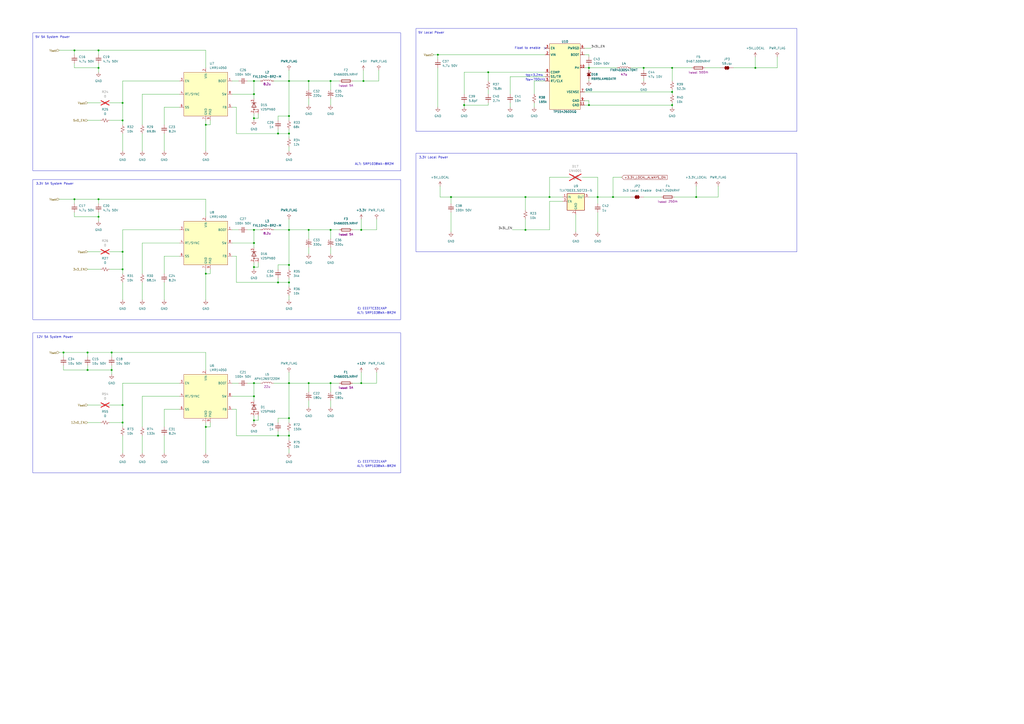
<source format=kicad_sch>
(kicad_sch (version 20231120) (generator "eeschema") (generator_version "8.0")
  (paper "A2")
  (title_block (title "Power Board") (date "2025-01-20") (rev "1.1") (company "SSL A-Team") (comment 1 "Will Stuckey"))
  (junction (at 147.32 243.84))
  (junction (at 210.82 46.99))
  (junction (at 147.32 46.99))
  (junction (at 389.89 39.37))
  (junction (at 161.29 252.73))
  (junction (at 179.07 46.99))
  (junction (at 403.86 114.3))
  (junction (at 147.32 133.35))
  (junction (at 261.62 114.3))
  (junction (at 389.89 53.34))
  (junction (at 346.71 114.3))
  (junction (at 167.64 46.99))
  (junction (at 71.12 156.21))
  (junction (at 167.64 222.25))
  (junction (at 209.55 133.35))
  (junction (at 57.15 125.73))
  (junction (at 304.8 114.3))
  (junction (at 341.63 39.37))
  (junction (at 71.12 146.05))
  (junction (at 57.15 39.37))
  (junction (at 71.12 69.85))
  (junction (at 373.38 39.37))
  (junction (at 161.29 163.83))
  (junction (at 438.15 39.37))
  (junction (at 254 31.75))
  (junction (at 147.32 54.61))
  (junction (at 167.64 163.83))
  (junction (at 355.6 114.3))
  (junction (at 71.12 59.69))
  (junction (at 167.64 242.57))
  (junction (at 43.18 29.21))
  (junction (at 167.64 252.73))
  (junction (at 147.32 154.94))
  (junction (at 119.38 72.39))
  (junction (at 36.83 204.47))
  (junction (at 147.32 222.25))
  (junction (at 191.77 222.25))
  (junction (at 191.77 46.99))
  (junction (at 167.64 153.67))
  (junction (at 64.77 214.63))
  (junction (at 50.8 214.63))
  (junction (at 119.38 247.65))
  (junction (at 167.64 133.35))
  (junction (at 179.07 222.25))
  (junction (at 389.89 60.96))
  (junction (at 119.38 158.75))
  (junction (at 43.18 115.57))
  (junction (at 147.32 68.58))
  (junction (at 147.32 140.97))
  (junction (at 304.8 133.35))
  (junction (at 209.55 222.25))
  (junction (at 179.07 133.35))
  (junction (at 57.15 29.21))
  (junction (at 64.77 204.47))
  (junction (at 57.15 115.57))
  (junction (at 161.29 77.47))
  (junction (at 283.21 41.91))
  (junction (at 71.12 234.95))
  (junction (at 167.64 67.31))
  (junction (at 191.77 133.35))
  (junction (at 269.24 60.96))
  (junction (at 147.32 229.87))
  (junction (at 341.63 60.96))
  (junction (at 318.77 114.3))
  (junction (at 50.8 204.47))
  (junction (at 167.64 77.47))
  (junction (at 71.12 245.11))
  (no_connect (at 316.23 27.94))
  (wire (pts (xy 71.12 59.69) (xy 71.12 69.85)))
  (wire (pts (xy 269.24 59.69) (xy 269.24 60.96)))
  (wire (pts (xy 82.55 229.87) (xy 104.14 229.87)))
  (wire (pts (xy 57.15 125.73) (xy 43.18 125.73)))
  (wire (pts (xy 191.77 133.35) (xy 196.85 133.35)))
  (wire (pts (xy 318.77 102.87) (xy 318.77 114.3)))
  (wire (pts (xy 255.27 114.3) (xy 261.62 114.3)))
  (wire (pts (xy 149.86 241.3) (xy 149.86 243.84)))
  (wire (pts (xy 167.64 133.35) (xy 158.75 133.35)))
  (wire (pts (xy 167.64 127) (xy 167.64 133.35)))
  (wire (pts (xy 63.5 234.95) (xy 71.12 234.95)))
  (wire (pts (xy 167.64 222.25) (xy 158.75 222.25)))
  (wire (pts (xy 342.9 27.94) (xy 339.09 27.94)))
  (wire (pts (xy 121.92 72.39) (xy 119.38 72.39)))
  (wire (pts (xy 161.29 74.93) (xy 161.29 77.47)))
  (wire (pts (xy 179.07 52.07) (xy 179.07 46.99)))
  (wire (pts (xy 438.15 33.02) (xy 438.15 39.37)))
  (wire (pts (xy 71.12 133.35) (xy 71.12 146.05)))
  (wire (pts (xy 339.09 39.37) (xy 341.63 39.37)))
  (wire (pts (xy 82.55 252.73) (xy 82.55 262.89)))
  (wire (pts (xy 50.8 204.47) (xy 50.8 207.01)))
  (wire (pts (xy 71.12 69.85) (xy 63.5 69.85)))
  (wire (pts (xy 43.18 115.57) (xy 57.15 115.57)))
  (wire (pts (xy 71.12 146.05) (xy 71.12 156.21)))
  (wire (pts (xy 158.75 46.99) (xy 167.64 46.99)))
  (wire (pts (xy 218.44 215.9) (xy 218.44 222.25)))
  (wire (pts (xy 137.16 77.47) (xy 137.16 62.23)))
  (wire (pts (xy 82.55 163.83) (xy 82.55 173.99)))
  (wire (pts (xy 167.64 133.35) (xy 167.64 153.67)))
  (wire (pts (xy 71.12 245.11) (xy 63.5 245.11)))
  (wire (pts (xy 147.32 229.87) (xy 147.32 232.41)))
  (wire (pts (xy 346.71 114.3) (xy 355.6 114.3)))
  (wire (pts (xy 161.29 69.85) (xy 161.29 67.31)))
  (wire (pts (xy 167.64 163.83) (xy 167.64 166.37)))
  (wire (pts (xy 179.07 46.99) (xy 191.77 46.99)))
  (wire (pts (xy 57.15 29.21) (xy 57.15 31.75)))
  (wire (pts (xy 147.32 54.61) (xy 147.32 57.15)))
  (wire (pts (xy 167.64 161.29) (xy 167.64 163.83)))
  (wire (pts (xy 50.8 245.11) (xy 58.42 245.11)))
  (wire (pts (xy 71.12 163.83) (xy 71.12 173.99)))
  (wire (pts (xy 179.07 222.25) (xy 191.77 222.25)))
  (wire (pts (xy 50.8 234.95) (xy 58.42 234.95)))
  (wire (pts (xy 57.15 39.37) (xy 57.15 41.91)))
  (wire (pts (xy 137.16 252.73) (xy 137.16 237.49)))
  (wire (pts (xy 416.56 107.95) (xy 416.56 114.3)))
  (wire (pts (xy 209.55 215.9) (xy 209.55 222.25)))
  (wire (pts (xy 64.77 204.47) (xy 119.38 204.47)))
  (wire (pts (xy 50.8 214.63) (xy 50.8 212.09)))
  (wire (pts (xy 161.29 242.57) (xy 167.64 242.57)))
  (wire (pts (xy 309.88 46.99) (xy 316.23 46.99)))
  (wire (pts (xy 191.77 52.07) (xy 191.77 46.99)))
  (wire (pts (xy 191.77 232.41) (xy 191.77 236.22)))
  (wire (pts (xy 167.64 153.67) (xy 167.64 156.21)))
  (wire (pts (xy 147.32 152.4) (xy 147.32 154.94)))
  (wire (pts (xy 137.16 252.73) (xy 161.29 252.73)))
  (wire (pts (xy 50.8 69.85) (xy 58.42 69.85)))
  (wire (pts (xy 71.12 234.95) (xy 71.12 245.11)))
  (wire (pts (xy 167.64 85.09) (xy 167.64 87.63)))
  (wire (pts (xy 137.16 148.59) (xy 134.62 148.59)))
  (wire (pts (xy 161.29 156.21) (xy 161.29 153.67)))
  (wire (pts (xy 403.86 114.3) (xy 416.56 114.3)))
  (wire (pts (xy 147.32 222.25) (xy 143.51 222.25)))
  (wire (pts (xy 389.89 39.37) (xy 401.32 39.37)))
  (wire (pts (xy 134.62 222.25) (xy 138.43 222.25)))
  (wire (pts (xy 147.32 133.35) (xy 151.13 133.35)))
  (wire (pts (xy 341.63 38.1) (xy 341.63 39.37)))
  (wire (pts (xy 254 31.75) (xy 316.23 31.75)))
  (wire (pts (xy 179.07 232.41) (xy 179.07 236.22)))
  (wire (pts (xy 389.89 53.34) (xy 389.89 54.61)))
  (wire (pts (xy 137.16 62.23) (xy 134.62 62.23)))
  (wire (pts (xy 346.71 114.3) (xy 346.71 118.11)))
  (wire (pts (xy 121.92 245.11) (xy 121.92 247.65)))
  (wire (pts (xy 121.92 69.85) (xy 121.92 72.39)))
  (wire (pts (xy 147.32 66.04) (xy 147.32 68.58)))
  (wire (pts (xy 119.38 245.11) (xy 119.38 247.65)))
  (wire (pts (xy 389.89 59.69) (xy 389.89 60.96)))
  (wire (pts (xy 95.25 62.23) (xy 95.25 72.39)))
  (wire (pts (xy 355.6 102.87) (xy 355.6 114.3)))
  (wire (pts (xy 191.77 222.25) (xy 196.85 222.25)))
  (wire (pts (xy 318.77 133.35) (xy 318.77 116.84)))
  (wire (pts (xy 309.88 54.61) (xy 309.88 46.99)))
  (wire (pts (xy 209.55 127) (xy 209.55 133.35)))
  (wire (pts (xy 71.12 156.21) (xy 63.5 156.21)))
  (wire (pts (xy 57.15 115.57) (xy 119.38 115.57)))
  (wire (pts (xy 161.29 161.29) (xy 161.29 163.83)))
  (wire (pts (xy 95.25 252.73) (xy 95.25 262.89)))
  (wire (pts (xy 341.63 39.37) (xy 358.14 39.37)))
  (wire (pts (xy 219.71 46.99) (xy 210.82 46.99)))
  (wire (pts (xy 283.21 59.69) (xy 283.21 60.96)))
  (wire (pts (xy 71.12 252.73) (xy 71.12 262.89)))
  (wire (pts (xy 119.38 156.21) (xy 119.38 158.75)))
  (wire (pts (xy 254 31.75) (xy 254 34.29)))
  (wire (pts (xy 309.88 59.69) (xy 309.88 62.23)))
  (wire (pts (xy 82.55 54.61) (xy 104.14 54.61)))
  (wire (pts (xy 134.62 46.99) (xy 138.43 46.99)))
  (wire (pts (xy 167.64 215.9) (xy 167.64 222.25)))
  (wire (pts (xy 360.68 102.87) (xy 355.6 102.87)))
  (wire (pts (xy 71.12 222.25) (xy 104.14 222.25)))
  (wire (pts (xy 179.07 57.15) (xy 179.07 60.96)))
  (wire (pts (xy 43.18 125.73) (xy 43.18 123.19)))
  (wire (pts (xy 57.15 29.21) (xy 119.38 29.21)))
  (wire (pts (xy 355.6 114.3) (xy 365.76 114.3)))
  (wire (pts (xy 167.64 46.99) (xy 167.64 67.31)))
  (wire (pts (xy 167.64 46.99) (xy 179.07 46.99)))
  (wire (pts (xy 295.91 59.69) (xy 295.91 62.23)))
  (wire (pts (xy 373.38 45.72) (xy 373.38 46.99)))
  (wire (pts (xy 134.62 140.97) (xy 147.32 140.97)))
  (wire (pts (xy 341.63 45.72) (xy 341.63 46.99)))
  (wire (pts (xy 373.38 39.37) (xy 373.38 40.64)))
  (wire (pts (xy 318.77 114.3) (xy 326.39 114.3)))
  (wire (pts (xy 147.32 154.94) (xy 149.86 154.94)))
  (wire (pts (xy 254 39.37) (xy 254 62.23)))
  (wire (pts (xy 450.85 33.02) (xy 450.85 39.37)))
  (wire (pts (xy 389.89 60.96) (xy 389.89 62.23)))
  (wire (pts (xy 71.12 77.47) (xy 71.12 87.63)))
  (wire (pts (xy 147.32 241.3) (xy 147.32 243.84)))
  (wire (pts (xy 137.16 237.49) (xy 134.62 237.49)))
  (wire (pts (xy 71.12 222.25) (xy 71.12 234.95)))
  (wire (pts (xy 119.38 158.75) (xy 119.38 173.99)))
  (wire (pts (xy 57.15 125.73) (xy 57.15 128.27)))
  (wire (pts (xy 161.29 245.11) (xy 161.29 242.57)))
  (wire (pts (xy 134.62 133.35) (xy 138.43 133.35)))
  (wire (pts (xy 295.91 44.45) (xy 316.23 44.45)))
  (wire (pts (xy 191.77 138.43) (xy 191.77 133.35)))
  (wire (pts (xy 147.32 140.97) (xy 147.32 133.35)))
  (wire (pts (xy 43.18 115.57) (xy 43.18 118.11)))
  (wire (pts (xy 167.64 74.93) (xy 167.64 77.47)))
  (wire (pts (xy 119.38 115.57) (xy 119.38 125.73)))
  (wire (pts (xy 71.12 245.11) (xy 71.12 247.65)))
  (wire (pts (xy 95.25 163.83) (xy 95.25 173.99)))
  (wire (pts (xy 346.71 114.3) (xy 341.63 114.3)))
  (wire (pts (xy 161.29 163.83) (xy 167.64 163.83)))
  (wire (pts (xy 304.8 133.35) (xy 318.77 133.35)))
  (wire (pts (xy 167.64 250.19) (xy 167.64 252.73)))
  (wire (pts (xy 179.07 143.51) (xy 179.07 147.32)))
  (wire (pts (xy 425.45 39.37) (xy 438.15 39.37)))
  (wire (pts (xy 43.18 29.21) (xy 57.15 29.21)))
  (wire (pts (xy 64.77 214.63) (xy 50.8 214.63)))
  (wire (pts (xy 34.29 29.21) (xy 43.18 29.21)))
  (wire (pts (xy 316.23 41.91) (xy 283.21 41.91)))
  (wire (pts (xy 57.15 39.37) (xy 43.18 39.37)))
  (wire (pts (xy 119.38 72.39) (xy 119.38 87.63)))
  (wire (pts (xy 283.21 41.91) (xy 283.21 46.99)))
  (wire (pts (xy 255.27 107.95) (xy 255.27 114.3)))
  (wire (pts (xy 147.32 243.84) (xy 149.86 243.84)))
  (wire (pts (xy 218.44 127) (xy 218.44 133.35)))
  (wire (pts (xy 137.16 77.47) (xy 161.29 77.47)))
  (wire (pts (xy 64.77 204.47) (xy 64.77 207.01)))
  (wire (pts (xy 71.12 46.99) (xy 104.14 46.99)))
  (wire (pts (xy 167.64 77.47) (xy 167.64 80.01)))
  (wire (pts (xy 304.8 114.3) (xy 304.8 121.92)))
  (wire (pts (xy 218.44 222.25) (xy 209.55 222.25)))
  (wire (pts (xy 209.55 222.25) (xy 204.47 222.25)))
  (wire (pts (xy 119.38 247.65) (xy 119.38 262.89)))
  (wire (pts (xy 167.64 133.35) (xy 179.07 133.35)))
  (wire (pts (xy 147.32 46.99) (xy 151.13 46.99)))
  (wire (pts (xy 167.64 252.73) (xy 167.64 255.27)))
  (wire (pts (xy 210.82 46.99) (xy 204.47 46.99)))
  (wire (pts (xy 339.09 31.75) (xy 341.63 31.75)))
  (wire (pts (xy 34.29 204.47) (xy 36.83 204.47)))
  (wire (pts (xy 297.18 133.35) (xy 304.8 133.35)))
  (wire (pts (xy 219.71 40.64) (xy 219.71 46.99)))
  (wire (pts (xy 330.2 102.87) (xy 318.77 102.87)))
  (wire (pts (xy 161.29 67.31) (xy 167.64 67.31)))
  (wire (pts (xy 408.94 39.37) (xy 417.83 39.37)))
  (wire (pts (xy 209.55 133.35) (xy 204.47 133.35)))
  (wire (pts (xy 134.62 54.61) (xy 147.32 54.61)))
  (wire (pts (xy 63.5 146.05) (xy 71.12 146.05)))
  (wire (pts (xy 167.64 67.31) (xy 167.64 69.85)))
  (wire (pts (xy 149.86 66.04) (xy 149.86 68.58)))
  (wire (pts (xy 82.55 140.97) (xy 104.14 140.97)))
  (wire (pts (xy 269.24 60.96) (xy 269.24 62.23)))
  (wire (pts (xy 389.89 39.37) (xy 389.89 46.99)))
  (wire (pts (xy 339.09 53.34) (xy 389.89 53.34)))
  (wire (pts (xy 251.46 31.75) (xy 254 31.75)))
  (wire (pts (xy 95.25 237.49) (xy 95.25 247.65)))
  (wire (pts (xy 179.07 227.33) (xy 179.07 222.25)))
  (wire (pts (xy 43.18 39.37) (xy 43.18 36.83)))
  (wire (pts (xy 43.18 29.21) (xy 43.18 31.75)))
  (wire (pts (xy 147.32 243.84) (xy 147.32 245.11)))
  (wire (pts (xy 147.32 68.58) (xy 147.32 69.85)))
  (wire (pts (xy 295.91 44.45) (xy 295.91 54.61)))
  (wire (pts (xy 167.64 222.25) (xy 179.07 222.25)))
  (wire (pts (xy 71.12 156.21) (xy 71.12 158.75)))
  (wire (pts (xy 50.8 204.47) (xy 64.77 204.47)))
  (wire (pts (xy 304.8 114.3) (xy 318.77 114.3)))
  (wire (pts (xy 36.83 204.47) (xy 50.8 204.47)))
  (wire (pts (xy 121.92 247.65) (xy 119.38 247.65)))
  (wire (pts (xy 218.44 133.35) (xy 209.55 133.35)))
  (wire (pts (xy 119.38 204.47) (xy 119.38 214.63)))
  (wire (pts (xy 147.32 140.97) (xy 147.32 143.51)))
  (wire (pts (xy 341.63 60.96) (xy 389.89 60.96)))
  (wire (pts (xy 341.63 58.42) (xy 341.63 60.96)))
  (wire (pts (xy 50.8 59.69) (xy 58.42 59.69)))
  (wire (pts (xy 167.64 40.64) (xy 167.64 46.99)))
  (wire (pts (xy 121.92 156.21) (xy 121.92 158.75)))
  (wire (pts (xy 161.29 153.67) (xy 167.64 153.67)))
  (wire (pts (xy 191.77 227.33) (xy 191.77 222.25)))
  (wire (pts (xy 50.8 156.21) (xy 58.42 156.21)))
  (wire (pts (xy 95.25 77.47) (xy 95.25 87.63)))
  (wire (pts (xy 346.71 123.19) (xy 346.71 134.62)))
  (wire (pts (xy 167.64 242.57) (xy 167.64 245.11)))
  (wire (pts (xy 389.89 52.07) (xy 389.89 53.34)))
  (wire (pts (xy 149.86 152.4) (xy 149.86 154.94)))
  (wire (pts (xy 147.32 133.35) (xy 143.51 133.35)))
  (wire (pts (xy 269.24 41.91) (xy 269.24 54.61)))
  (wire (pts (xy 334.01 124.46) (xy 334.01 134.62)))
  (wire (pts (xy 365.76 39.37) (xy 373.38 39.37)))
  (wire (pts (xy 134.62 229.87) (xy 147.32 229.87)))
  (wire (pts (xy 210.82 40.64) (xy 210.82 46.99)))
  (wire (pts (xy 318.77 116.84) (xy 326.39 116.84)))
  (wire (pts (xy 36.83 214.63) (xy 36.83 212.09)))
  (wire (pts (xy 161.29 77.47) (xy 167.64 77.47)))
  (wire (pts (xy 64.77 212.09) (xy 64.77 214.63)))
  (wire (pts (xy 261.62 123.19) (xy 261.62 134.62)))
  (wire (pts (xy 71.12 46.99) (xy 71.12 59.69)))
  (wire (pts (xy 104.14 148.59) (xy 95.25 148.59)))
  (wire (pts (xy 104.14 62.23) (xy 95.25 62.23)))
  (wire (pts (xy 119.38 29.21) (xy 119.38 39.37)))
  (wire (pts (xy 57.15 36.83) (xy 57.15 39.37)))
  (wire (pts (xy 121.92 158.75) (xy 119.38 158.75)))
  (wire (pts (xy 50.8 214.63) (xy 36.83 214.63)))
  (wire (pts (xy 167.64 171.45) (xy 167.64 173.99)))
  (wire (pts (xy 179.07 133.35) (xy 191.77 133.35)))
  (wire (pts (xy 71.12 69.85) (xy 71.12 72.39)))
  (wire (pts (xy 82.55 247.65) (xy 82.55 229.87)))
  (wire (pts (xy 391.16 114.3) (xy 403.86 114.3)))
  (wire (pts (xy 147.32 68.58) (xy 149.86 68.58)))
  (wire (pts (xy 63.5 59.69) (xy 71.12 59.69)))
  (wire (pts (xy 269.24 41.91) (xy 283.21 41.91)))
  (wire (pts (xy 137.16 163.83) (xy 161.29 163.83)))
  (wire (pts (xy 147.32 46.99) (xy 143.51 46.99)))
  (wire (pts (xy 82.55 72.39) (xy 82.55 54.61)))
  (wire (pts (xy 95.25 148.59) (xy 95.25 158.75)))
  (wire (pts (xy 403.86 114.3) (xy 403.86 107.95)))
  (wire (pts (xy 341.63 39.37) (xy 341.63 40.64)))
  (wire (pts (xy 82.55 158.75) (xy 82.55 140.97)))
  (wire (pts (xy 339.09 60.96) (xy 341.63 60.96)))
  (wire (pts (xy 64.77 214.63) (xy 64.77 217.17)))
  (wire (pts (xy 36.83 204.47) (xy 36.83 207.01)))
  (wire (pts (xy 147.32 229.87) (xy 147.32 222.25)))
  (wire (pts (xy 82.55 77.47) (xy 82.55 87.63)))
  (wire (pts (xy 71.12 133.35) (xy 104.14 133.35)))
  (wire (pts (xy 147.32 54.61) (xy 147.32 46.99)))
  (wire (pts (xy 34.29 115.57) (xy 43.18 115.57)))
  (wire (pts (xy 179.07 138.43) (xy 179.07 133.35)))
  (wire (pts (xy 167.64 260.35) (xy 167.64 262.89)))
  (wire (pts (xy 283.21 52.07) (xy 283.21 54.61)))
  (wire (pts (xy 57.15 115.57) (xy 57.15 118.11)))
  (wire (pts (xy 147.32 222.25) (xy 151.13 222.25)))
  (wire (pts (xy 191.77 46.99) (xy 196.85 46.99)))
  (wire (pts (xy 373.38 39.37) (xy 389.89 39.37)))
  (wire (pts (xy 261.62 114.3) (xy 261.62 118.11)))
  (wire (pts (xy 57.15 123.19) (xy 57.15 125.73)))
  (wire (pts (xy 119.38 69.85) (xy 119.38 72.39)))
  (wire (pts (xy 104.14 237.49) (xy 95.25 237.49)))
  (wire (pts (xy 191.77 57.15) (xy 191.77 60.96)))
  (wire (pts (xy 50.8 146.05) (xy 58.42 146.05)))
  (wire (pts (xy 161.29 250.19) (xy 161.29 252.73)))
  (wire (pts (xy 337.82 102.87) (xy 346.71 102.87)))
  (wire (pts (xy 167.64 222.25) (xy 167.64 242.57)))
  (wire (pts (xy 161.29 252.73) (xy 167.64 252.73)))
  (wire (pts (xy 438.15 39.37) (xy 450.85 39.37)))
  (wire (pts (xy 341.63 31.75) (xy 341.63 33.02)))
  (wire (pts (xy 261.62 114.3) (xy 304.8 114.3)))
  (wire (pts (xy 147.32 154.94) (xy 147.32 156.21)))
  (wire (pts (xy 191.77 143.51) (xy 191.77 147.32)))
  (wire (pts (xy 346.71 102.87) (xy 346.71 114.3)))
  (wire (pts (xy 304.8 127) (xy 304.8 133.35)))
  (wire (pts (xy 137.16 163.83) (xy 137.16 148.59)))
  (wire (pts (xy 269.24 60.96) (xy 283.21 60.96)))
  (wire (pts (xy 373.38 114.3) (xy 383.54 114.3)))
  (wire (pts (xy 339.09 58.42) (xy 341.63 58.42)))
  (rectangle (start 19.05 193.04) (end 232.41 274.32))
  (rectangle (start 241.3 88.9) (end 462.28 146.05))
  (rectangle (start 241.3 16.51) (end 462.28 76.2))
  (rectangle (start 19.05 104.14) (end 232.41 185.42))
  (rectangle (start 19.05 19.05) (end 232.41 99.06))
  (text "ALT: SRP1038WA-8R2M" (at 217.17 95.25 0) (effects (font (size 1.27 1.27))))
  (text "5V 5A System Power" (at 30.48 21.59 0) (effects (font (size 1.27 1.27))))
  (text "Float to enable" (at 306.07 27.94 0) (effects (font (size 1.27 1.27))))
  (text "C: EEEFTC331XAP" (at 215.9 179.07 0) (effects (font (size 1.27 1.27))))
  (text "3.3V 5A System Power\n" (at 31.75 106.68 0) (effects (font (size 1.27 1.27))))
  (text "f_{SW}=700kHz" (at 304.8 46.99 0) (effects (font (size 1.27 1.27)) (justify left bottom)))
  (text "ALT: SRP1038WA-8R2M" (at 218.44 270.51 0) (effects (font (size 1.27 1.27))))
  (text "ALT: SRP1038WA-8R2M" (at 218.44 181.61 0) (effects (font (size 1.27 1.27))))
  (text "3.3V Local Power" (at 251.46 91.44 0) (effects (font (size 1.27 1.27))))
  (text "C: EEEFTE221XAP" (at 215.9 267.97 0) (effects (font (size 1.27 1.27))))
  (text "t_{SS}=3.2ms" (at 304.8 44.45 0) (effects (font (size 1.27 1.27)) (justify left bottom)))
  (text "5V Local Power" (at 250.19 19.05 0) (effects (font (size 1.27 1.27))))
  (text "12V 5A System Power\n" (at 31.75 195.58 0) (effects (font (size 1.27 1.27))))
  (label "3v3L_EN" (at 342.9 27.94 0))
  (label "3v3L_EN" (at 297.18 133.35 180))
  (global_label "+3.3V_LOCAL_ALWAYS_ON" (shape input) (at 360.68 102.87 0) (property "Intersheetrefs" "${INTERSHEET_REFS}" (effects (hide yes))))
  (hierarchical_label "V_{batt}" (shape input) (at 50.8 59.69 180))
  (hierarchical_label "3v3_EN" (shape input) (at 50.8 156.21 180))
  (hierarchical_label "V_{batt}" (shape input) (at 50.8 234.95 180))
  (hierarchical_label "12v0_EN" (shape input) (at 50.8 245.11 180))
  (hierarchical_label "V_{batt}" (shape input) (at 50.8 146.05 180))
  (hierarchical_label "V_{batt}" (shape input) (at 251.46 31.75 180))
  (hierarchical_label "V_{batt}" (shape input) (at 34.29 29.21 180))
  (hierarchical_label "V_{batt}" (shape input) (at 34.29 204.47 180))
  (hierarchical_label "V_{batt}" (shape input) (at 34.29 115.57 180))
  (hierarchical_label "5v0_EN" (shape input) (at 50.8 69.85 180))
  (symbol (lib_id "Device:C_Small") (at 140.97 133.35 90) (mirror x) (unit 1)
    (property "Reference" "C27" (at 140.9763 127 90))
    (property "Value" "100n 50V" (at 140.9763 129.54 90))
    (property "Footprint" "Capacitor_SMD:C_0402_1005Metric" (effects (hide yes)))
    (property "LCSC" "C162178" (effects (hide yes)))
  )
  (symbol (lib_id "Device:C_Small") (at 161.29 247.65 0) (mirror x) (unit 1)
    (property "Reference" "C28" (at 158.75 246.3735 0) (effects (justify right)))
    (property "Value" "1n" (at 158.75 248.9135 0) (effects (justify right)))
    (property "Footprint" "Capacitor_SMD:C_0402_1005Metric" (effects (hide yes)))
    (property "LCSC" "C14442" (effects (hide yes)))
  )
  (symbol (lib_id "Device:R_Small_US") (at 389.89 57.15 0) (unit 1)
    (property "Reference" "R40" (at 392.43 56.515 0) (effects (justify left)))
    (property "Value" "10k" (at 392.43 59.055 0) (effects (justify left)))
    (property "Footprint" "Resistor_SMD:R_0402_1005Metric" (effects (hide yes)))
    (property "LCSC" "C60490" (effects (hide yes)))
  )
  (symbol (lib_id "Device:C_Small") (at 57.15 34.29 0) (mirror y) (unit 1)
    (property "Reference" "C19" (at 59.69 33.0262 0) (effects (justify right)))
    (property "Value" "4.7u 50V" (at 59.69 35.5662 0) (effects (justify right)))
    (property "Footprint" "Capacitor_SMD:C_0805_2012Metric" (effects (hide yes)))
    (property "LCSC" "C98192" (effects (hide yes)))
  )
  (symbol (lib_id "power:GND") (at 64.77 217.17 0) (unit 1)
    (property "Reference" "#PWR066" (effects (hide yes)))
    (property "Value" "GND" (at 64.77 222.25 0))
    (property "Description" "Power symbol creates a global label with name \"GND\" , ground" (effects (hide yes)))
  )
  (symbol (lib_id "Device:C_Small") (at 57.15 120.65 0) (mirror y) (unit 1)
    (property "Reference" "C20" (at 59.69 119.3862 0) (effects (justify right)))
    (property "Value" "4.7u 50V" (at 59.69 121.9262 0) (effects (justify right)))
    (property "Footprint" "Capacitor_SMD:C_0805_2012Metric" (effects (hide yes)))
    (property "LCSC" "C98192" (effects (hide yes)))
  )
  (symbol (lib_id "Device:R_Small_US") (at 304.8 124.46 0) (unit 1)
    (property "Reference" "R23" (at 307.34 123.825 0) (effects (justify left)))
    (property "Value" "10k" (at 307.34 126.365 0) (effects (justify left)))
    (property "Footprint" "Resistor_SMD:R_0402_1005Metric" (effects (hide yes)))
    (property "LCSC" "C60490" (effects (hide yes)))
  )
  (symbol (lib_id "power:GND") (at 71.12 173.99 0) (unit 1)
    (property "Reference" "#PWR057" (effects (hide yes)))
    (property "Value" "GND" (at 71.12 179.07 0))
    (property "Description" "Power symbol creates a global label with name \"GND\" , ground" (effects (hide yes)))
  )
  (symbol (lib_id "Device:Fuse") (at 200.66 46.99 90) (unit 1)
    (property "Reference" "F2" (at 200.66 40.64 90))
    (property "Value" "0466005.NRHF" (at 200.66 43.18 90))
    (property "Footprint" "Fuse:Fuse_1206_3216Metric_Pad1.42x1.75mm_HandSolder" (effects (hide yes)))
    (property "Description" "Fuse" (effects (hide yes)))
    (property "I_{rated}" "5A" (at 200.66 49.53 90) (show_name yes))
    (property "LCSC" "C99541" (effects (hide yes)))
  )
  (symbol (lib_id "power:GND") (at 82.55 87.63 0) (unit 1)
    (property "Reference" "#PWR058" (effects (hide yes)))
    (property "Value" "GND" (at 82.55 92.71 0))
    (property "Description" "Power symbol creates a global label with name \"GND\" , ground" (effects (hide yes)))
  )
  (symbol (lib_id "power:GND") (at 261.62 134.62 0) (unit 1)
    (property "Reference" "#PWR083" (effects (hide yes)))
    (property "Value" "GND" (at 261.62 139.954 0))
  )
  (symbol (lib_id "Device:D_AAK") (at 147.32 60.96 270) (unit 1)
    (property "Reference" "D15" (at 151.13 60.8964 90) (effects (justify left)))
    (property "Value" "V25PN60" (at 151.13 63.4364 90) (effects (justify left)))
    (property "Footprint" "Package_TO_SOT_SMD:TO-277A" (effects (hide yes)))
    (property "Description" "Diode, anode on pins 1 and 2" (effects (hide yes)))
    (property "LCSC" "C241918" (effects (hide yes)))
  )
  (symbol (lib_id "power:+5V") (at 210.82 40.64 0) (unit 1)
    (property "Reference" "#PWR080" (effects (hide yes)))
    (property "Value" "+5V" (at 210.82 35.56 0))
    (property "Description" "Power symbol creates a global label with name \"+5V\"" (effects (hide yes)))
  )
  (symbol (lib_id "Device:R_Small_US") (at 60.96 156.21 90) (unit 1)
    (property "Reference" "R27" (at 60.96 149.86 90))
    (property "Value" "0" (at 60.96 152.4 90))
    (property "Footprint" "Resistor_SMD:R_0402_1005Metric" (effects (hide yes)))
    (property "Description" "Resistor, small US symbol" (effects (hide yes)))
    (property "LCSC" "C17168" (effects (hide yes)))
  )
  (symbol (lib_id "Device:C_Small") (at 341.63 35.56 0) (unit 1)
    (property "Reference" "C43" (at 344.17 34.2962 0) (effects (justify left)))
    (property "Value" "100n 50V" (at 344.17 36.8362 0) (effects (justify left)))
    (property "Footprint" "Capacitor_SMD:C_0402_1005Metric" (effects (hide yes)))
    (property "LCSC" "C162178" (effects (hide yes)))
  )
  (symbol (lib_id "AT-PowerIC:TPS54260DGQ") (at 327.66 44.45 0) (unit 1)
    (property "Reference" "U10" (at 327.66 24.13 0))
    (property "Value" "TPS54260DGQ" (at 327.66 64.77 0))
    (property "Footprint" "Package_SO:HVSSOP-10-1EP_3x3mm_P0.5mm_EP1.57x1.88mm" (effects (hide yes)))
    (property "LCSC" "C51800" (effects (hide yes)))
  )
  (symbol (lib_id "Device:R_Small_US") (at 167.64 82.55 180) (unit 1)
    (property "Reference" "R34" (at 170.18 81.2799 0) (effects (justify right)))
    (property "Value" "12k" (at 170.18 83.8199 0) (effects (justify right)))
    (property "Footprint" "Resistor_SMD:R_0402_1005Metric" (effects (hide yes)))
    (property "Description" "Resistor, small US symbol" (effects (hide yes)))
    (property "LCSC" "C25752" (effects (hide yes)))
  )
  (symbol (lib_id "Device:C_Small") (at 346.71 120.65 0) (mirror y) (unit 1)
    (property "Reference" "C42" (at 349.25 119.3862 0) (effects (justify right)))
    (property "Value" "1u" (at 349.25 121.9262 0) (effects (justify right)))
    (property "Footprint" "Capacitor_SMD:C_1206_3216Metric" (effects (hide yes)))
    (property "LCSC" "C1848" (effects (hide yes)))
  )
  (symbol (lib_id "Device:R_Small_US") (at 82.55 250.19 180) (unit 1)
    (property "Reference" "R74" (at 85.09 248.9199 0) (effects (justify right)))
    (property "Value" "133k" (at 85.09 251.4599 0) (effects (justify right)))
    (property "Footprint" "Resistor_SMD:R_0402_1005Metric" (effects (hide yes)))
    (property "Description" "Resistor, small US symbol" (effects (hide yes)))
    (property "LCSC" "C25753" (effects (hide yes)))
  )
  (symbol (lib_id "Device:C_Small") (at 261.62 120.65 0) (unit 1)
    (property "Reference" "C38" (at 264.16 119.3862 0) (effects (justify left)))
    (property "Value" "100n 50V" (at 264.16 121.9262 0) (effects (justify left)))
    (property "Footprint" "Capacitor_SMD:C_0402_1005Metric" (effects (hide yes)))
    (property "LCSC" "C162178" (effects (hide yes)))
  )
  (symbol (lib_id "power:PWR_FLAG") (at 167.64 215.9 0) (unit 1)
    (property "Reference" "#FLG03" (effects (hide yes)))
    (property "Value" "PWR_FLAG" (at 167.64 210.82 0))
  )
  (symbol (lib_id "Device:C_Polarized_Small_US") (at 191.77 54.61 0) (unit 1)
    (property "Reference" "C35" (at 194.31 52.9081 0) (effects (justify left)))
    (property "Value" "220u" (at 194.31 55.4481 0) (effects (justify left)))
    (property "Footprint" "Capacitor_SMD:CP_Elec_6.3x5.8" (effects (hide yes)))
    (property "Datasheet" "https://industrial.panasonic.com/cdbs/www-data/pdf/RDE0000/ABA0000C1240.pdf" (effects (hide yes)))
    (property "Description" "Polarized capacitor, small US symbol" (effects (hide yes)))
    (property "C" "220u" (effects (hide yes)))
    (property "LCSC" "C190724" (effects (hide yes)))
  )
  (symbol (lib_id "Device:R_Small_US") (at 60.96 234.95 90) (unit 1) (dnp yes)
    (property "Reference" "R54" (at 60.96 228.6 90))
    (property "Value" "0" (at 60.96 231.14 90))
    (property "Footprint" "Resistor_SMD:R_0402_1005Metric" (effects (hide yes)))
    (property "Description" "Resistor, small US symbol" (effects (hide yes)))
    (property "LCSC" "C17168" (effects (hide yes)))
  )
  (symbol (lib_id "Device:C_Small") (at 269.24 57.15 0) (unit 1)
    (property "Reference" "C39" (at 271.78 55.8862 0) (effects (justify left)))
    (property "Value" "5.6pF" (at 271.78 58.4262 0) (effects (justify left)))
    (property "Footprint" "Capacitor_SMD:C_0402_1005Metric" (effects (hide yes)))
    (property "LCSC" "C161329" (effects (hide yes)))
  )
  (symbol (lib_id "Device:R_Small_US") (at 60.96 146.05 90) (unit 1) (dnp yes)
    (property "Reference" "R26" (at 60.96 139.7 90))
    (property "Value" "0" (at 60.96 142.24 90))
    (property "Footprint" "Resistor_SMD:R_0402_1005Metric" (effects (hide yes)))
    (property "Description" "Resistor, small US symbol" (effects (hide yes)))
    (property "LCSC" "C17168" (effects (hide yes)))
  )
  (symbol (lib_id "Device:C_Small") (at 373.38 43.18 0) (unit 1)
    (property "Reference" "C44" (at 375.92 41.9162 0) (effects (justify left)))
    (property "Value" "47u 10V" (at 375.92 44.4562 0) (effects (justify left)))
    (property "Footprint" "Capacitor_SMD:C_1210_3225Metric" (effects (hide yes)))
    (property "LCSC" "C84494" (effects (hide yes)))
  )
  (symbol (lib_id "power:GND") (at 295.91 62.23 0) (unit 1)
    (property "Reference" "#PWR086" (effects (hide yes)))
    (property "Value" "GND" (at 295.91 67.31 0))
  )
  (symbol (lib_id "power:GND") (at 82.55 262.89 0) (unit 1)
    (property "Reference" "#PWR097" (effects (hide yes)))
    (property "Value" "GND" (at 82.55 267.97 0))
    (property "Description" "Power symbol creates a global label with name \"GND\" , ground" (effects (hide yes)))
  )
  (symbol (lib_id "power:GND") (at 167.64 262.89 0) (unit 1)
    (property "Reference" "#PWR0102" (effects (hide yes)))
    (property "Value" "GND" (at 167.64 267.97 0))
    (property "Description" "Power symbol creates a global label with name \"GND\" , ground" (effects (hide yes)))
  )
  (symbol (lib_id "Device:C_Polarized_Small_US") (at 191.77 140.97 0) (unit 1)
    (property "Reference" "C36" (at 194.31 139.2681 0) (effects (justify left)))
    (property "Value" "330u" (at 194.31 141.8081 0) (effects (justify left)))
    (property "Footprint" "Capacitor_SMD:CP_Elec_6.3x7.7" (effects (hide yes)))
    (property "Datasheet" "https://api.pim.na.industrial.panasonic.com/file_stream/main/fileversion/3101" (effects (hide yes)))
    (property "Description" "Polarized capacitor, small US symbol" (effects (hide yes)))
    (property "LCSC" "C413522" (effects (hide yes)))
  )
  (symbol (lib_id "power:GND") (at 269.24 62.23 0) (unit 1)
    (property "Reference" "#PWR084" (effects (hide yes)))
    (property "Value" "GND" (at 269.24 67.31 0))
  )
  (symbol (lib_id "power:PWR_FLAG") (at 416.56 107.95 0) (unit 1)
    (property "Reference" "#FLG09" (effects (hide yes)))
    (property "Value" "PWR_FLAG" (at 416.56 102.87 0))
  )
  (symbol (lib_id "Device:C_Polarized_Small_US") (at 191.77 229.87 0) (unit 1)
    (property "Reference" "C25" (at 194.31 228.1681 0) (effects (justify left)))
    (property "Value" "180u" (at 194.31 230.7081 0) (effects (justify left)))
    (property "Footprint" "Capacitor_SMD:CP_Elec_6.3x7.7" (effects (hide yes)))
    (property "Datasheet" "https://api.pim.na.industrial.panasonic.com/file_stream/main/fileversion/3101" (effects (hide yes)))
    (property "Description" "Polarized capacitor, small US symbol" (effects (hide yes)))
    (property "LCSC" "C190724" (effects (hide yes)))
  )
  (symbol (lib_id "power:GND") (at 119.38 87.63 0) (unit 1)
    (property "Reference" "#PWR064" (effects (hide yes)))
    (property "Value" "GND" (at 119.38 92.71 0))
    (property "Description" "Power symbol creates a global label with name \"GND\" , ground" (effects (hide yes)))
  )
  (symbol (lib_id "Device:D_AAK") (at 147.32 147.32 270) (unit 1)
    (property "Reference" "D16" (at 151.13 147.2564 90) (effects (justify left)))
    (property "Value" "V25PN60" (at 151.13 149.7964 90) (effects (justify left)))
    (property "Footprint" "Package_TO_SOT_SMD:TO-277A" (effects (hide yes)))
    (property "Description" "Diode, anode on pins 1 and 2" (effects (hide yes)))
    (property "LCSC" "C241918" (effects (hide yes)))
  )
  (symbol (lib_id "power:GND") (at 147.32 156.21 0) (unit 1)
    (property "Reference" "#PWR068" (effects (hide yes)))
    (property "Value" "GND" (at 147.32 161.29 0))
    (property "Description" "Power symbol creates a global label with name \"GND\" , ground" (effects (hide yes)))
  )
  (symbol (lib_id "power:GND") (at 346.71 134.62 0) (mirror y) (unit 1)
    (property "Reference" "#PWR087" (effects (hide yes)))
    (property "Value" "GND" (at 346.71 139.954 0))
  )
  (symbol (lib_id "Device:R_Small_US") (at 283.21 49.53 0) (unit 1)
    (property "Reference" "R37" (at 285.75 48.895 0) (effects (justify left)))
    (property "Value" "76.8k" (at 285.75 51.435 0) (effects (justify left)))
    (property "Footprint" "Resistor_SMD:R_0402_1005Metric" (effects (hide yes)))
    (property "LCSC" "C26987" (effects (hide yes)))
  )
  (symbol (lib_id "Device:Fuse") (at 200.66 133.35 90) (unit 1)
    (property "Reference" "F3" (at 200.66 127 90))
    (property "Value" "0466005.NRHF" (at 200.66 129.54 90))
    (property "Footprint" "Fuse:Fuse_1206_3216Metric_Pad1.42x1.75mm_HandSolder" (effects (hide yes)))
    (property "Description" "Fuse" (effects (hide yes)))
    (property "I_{rated}" "5A" (at 200.66 135.89 90) (show_name yes))
    (property "LCSC" "C99541" (effects (hide yes)))
  )
  (symbol (lib_id "Device:C_Small") (at 254 36.83 0) (mirror y) (unit 1)
    (property "Reference" "C37" (at 256.54 35.5662 0) (effects (justify right)))
    (property "Value" "4.7u 50V" (at 256.54 38.1062 0) (effects (justify right)))
    (property "Footprint" "Capacitor_SMD:C_0805_2012Metric" (effects (hide yes)))
    (property "LCSC" "C98192" (effects (hide yes)))
  )
  (symbol (lib_id "Device:L") (at 154.94 222.25 90) (unit 1)
    (property "Reference" "L5" (at 154.94 217.17 90))
    (property "Value" "APH1265T220M" (at 154.94 219.71 90))
    (property "Footprint" "Inductor_SMD:L_APV_APH1265" (effects (hide yes)))
    (property "Description" "Inductor" (effects (hide yes)))
    (property "L" "22u" (at 154.94 224.282 90))
    (property "LCSC" "C5349635" (effects (hide yes)))
  )
  (symbol (lib_id "Device:R_Small_US") (at 167.64 158.75 180) (unit 1)
    (property "Reference" "R35" (at 170.18 157.4799 0) (effects (justify right)))
    (property "Value" "34k" (at 170.18 160.0199 0) (effects (justify right)))
    (property "Footprint" "Resistor_SMD:R_0402_1005Metric" (effects (hide yes)))
    (property "Description" "Resistor, small US symbol" (effects (hide yes)))
    (property "LCSC" "C48939" (effects (hide yes)))
  )
  (symbol (lib_id "AT-PowerIC:LMR14050") (at 119.38 140.97 0) (unit 1)
    (property "Reference" "U8" (at 121.5741 123.19 0) (effects (justify left)))
    (property "Value" "LMR14050" (at 121.5741 125.73 0) (effects (justify left)))
    (property "Footprint" "Package_SO:SOIC-8-1EP_3.9x4.9mm_P1.27mm_EP2.29x3mm" (effects (hide yes)))
    (property "LCSC" "C155484" (effects (hide yes)))
  )
  (symbol (lib_id "Device:C_Polarized_Small_US") (at 179.07 229.87 0) (unit 1)
    (property "Reference" "C22" (at 181.61 228.1681 0) (effects (justify left)))
    (property "Value" "180u" (at 181.61 230.7081 0) (effects (justify left)))
    (property "Footprint" "Capacitor_SMD:CP_Elec_6.3x7.7" (effects (hide yes)))
    (property "Datasheet" "https://api.pim.na.industrial.panasonic.com/file_stream/main/fileversion/3101" (effects (hide yes)))
    (property "Description" "Polarized capacitor, small US symbol" (effects (hide yes)))
    (property "LCSC" "C190724" (effects (hide yes)))
  )
  (symbol (lib_id "Device:C_Polarized_Small_US") (at 179.07 54.61 0) (unit 1)
    (property "Reference" "C32" (at 181.61 52.9081 0) (effects (justify left)))
    (property "Value" "220u" (at 181.61 55.4481 0) (effects (justify left)))
    (property "Footprint" "Capacitor_SMD:CP_Elec_6.3x5.8" (effects (hide yes)))
    (property "Datasheet" "https://industrial.panasonic.com/cdbs/www-data/pdf/RDE0000/ABA0000C1240.pdf" (effects (hide yes)))
    (property "Description" "Polarized capacitor, small US symbol" (effects (hide yes)))
    (property "C" "220u" (effects (hide yes)))
    (property "LCSC" "C190724" (effects (hide yes)))
  )
  (symbol (lib_id "power:GND") (at 167.64 173.99 0) (unit 1)
    (property "Reference" "#PWR071" (effects (hide yes)))
    (property "Value" "GND" (at 167.64 179.07 0))
    (property "Description" "Power symbol creates a global label with name \"GND\" , ground" (effects (hide yes)))
  )
  (symbol (lib_id "power:GND") (at 147.32 245.11 0) (unit 1)
    (property "Reference" "#PWR075" (effects (hide yes)))
    (property "Value" "GND" (at 147.32 250.19 0))
    (property "Description" "Power symbol creates a global label with name \"GND\" , ground" (effects (hide yes)))
  )
  (symbol (lib_id "power:GND") (at 191.77 147.32 0) (unit 1)
    (property "Reference" "#PWR077" (effects (hide yes)))
    (property "Value" "GND" (at 191.77 152.4 0))
    (property "Description" "Power symbol creates a global label with name \"GND\" , ground" (effects (hide yes)))
  )
  (symbol (lib_id "Device:R_Small_US") (at 60.96 69.85 90) (unit 1)
    (property "Reference" "R25" (at 60.96 63.5 90))
    (property "Value" "0" (at 60.96 66.04 90))
    (property "Footprint" "Resistor_SMD:R_0402_1005Metric" (effects (hide yes)))
    (property "Description" "Resistor, small US symbol" (effects (hide yes)))
    (property "LCSC" "C17168" (effects (hide yes)))
  )
  (symbol (lib_id "power:GND") (at 147.32 69.85 0) (unit 1)
    (property "Reference" "#PWR067" (effects (hide yes)))
    (property "Value" "GND" (at 147.32 74.93 0))
    (property "Description" "Power symbol creates a global label with name \"GND\" , ground" (effects (hide yes)))
  )
  (symbol (lib_id "Device:C_Small") (at 140.97 222.25 90) (mirror x) (unit 1)
    (property "Reference" "C21" (at 140.9763 215.9 90))
    (property "Value" "100n 50V" (at 140.9763 218.44 90))
    (property "Footprint" "Capacitor_SMD:C_0402_1005Metric" (effects (hide yes)))
    (property "LCSC" "C162178" (effects (hide yes)))
  )
  (symbol (lib_id "Device:D_AAK") (at 147.32 236.22 270) (unit 1)
    (property "Reference" "D1" (at 151.13 236.1564 90) (effects (justify left)))
    (property "Value" "V25PN60" (at 151.13 238.6964 90) (effects (justify left)))
    (property "Footprint" "Package_TO_SOT_SMD:TO-277A" (effects (hide yes)))
    (property "Description" "Diode, anode on pins 1 and 2" (effects (hide yes)))
    (property "LCSC" "C241918" (effects (hide yes)))
  )
  (symbol (lib_id "Jumper:SolderJumper_2_Bridged") (at 421.64 39.37 0) (unit 1) (in_bom no)
    (property "Reference" "JP3" (at 421.64 34.29 0))
    (property "Value" "SB_{+5V}" (at 421.64 36.83 0))
    (property "Footprint" "Resistor_SMD:R_0603_1608Metric_Pad0.98x0.95mm_HandSolder" (effects (hide yes)))
  )
  (symbol (lib_id "power:GND") (at 119.38 262.89 0) (unit 1)
    (property "Reference" "#PWR0100" (effects (hide yes)))
    (property "Value" "GND" (at 119.38 267.97 0))
    (property "Description" "Power symbol creates a global label with name \"GND\" , ground" (effects (hide yes)))
  )
  (symbol (lib_id "Jumper:SolderJumper_2_Bridged") (at 369.57 114.3 0) (unit 1) (exclude_from_sim yes) (in_bom no)
    (property "Reference" "JP2" (at 369.57 107.95 0))
    (property "Value" "3v3 Local Enable" (at 369.57 110.49 0))
    (property "Footprint" "Resistor_SMD:R_0603_1608Metric_Pad0.98x0.95mm_HandSolder" (effects (hide yes)))
    (property "Description" "Solder Jumper, 2-pole, closed/bridged" (effects (hide yes)))
  )
  (symbol (lib_id "power:GND") (at 95.25 262.89 0) (unit 1)
    (property "Reference" "#PWR099" (effects (hide yes)))
    (property "Value" "GND" (at 95.25 267.97 0))
    (property "Description" "Power symbol creates a global label with name \"GND\" , ground" (effects (hide yes)))
  )
  (symbol (lib_id "Device:R_Small_US") (at 71.12 161.29 180) (unit 1)
    (property "Reference" "R31" (at 73.66 160.0199 0) (effects (justify right)))
    (property "Value" "10k" (at 73.66 162.5599 0) (effects (justify right)))
    (property "Footprint" "Resistor_SMD:R_0402_1005Metric" (effects (hide yes)))
    (property "Description" "Resistor, small US symbol" (effects (hide yes)))
    (property "LCSC" "C60490" (effects (hide yes)))
  )
  (symbol (lib_id "Device:C_Small") (at 161.29 158.75 0) (mirror x) (unit 1)
    (property "Reference" "C30" (at 158.75 157.4735 0) (effects (justify right)))
    (property "Value" "1.5n" (at 158.75 160.0135 0) (effects (justify right)))
    (property "Footprint" "Capacitor_SMD:C_0402_1005Metric" (effects (hide yes)))
    (property "LCSC" "C23967" (effects (hide yes)))
  )
  (symbol (lib_id "Device:R_Small_US") (at 309.88 57.15 0) (unit 1)
    (property "Reference" "R38" (at 312.42 56.515 0) (effects (justify left)))
    (property "Value" "165k" (at 312.42 59.055 0) (effects (justify left)))
    (property "Footprint" "Resistor_SMD:R_0402_1005Metric" (effects (hide yes)))
    (property "LCSC" "C38706" (effects (hide yes)))
  )
  (symbol (lib_id "Device:R_Small_US") (at 167.64 72.39 180) (unit 1)
    (property "Reference" "R33" (at 170.18 71.1199 0) (effects (justify right)))
    (property "Value" "68k" (at 170.18 73.6599 0) (effects (justify right)))
    (property "Footprint" "Resistor_SMD:R_0402_1005Metric" (effects (hide yes)))
    (property "Description" "Resistor, small US symbol" (effects (hide yes)))
    (property "LCSC" "C36871" (effects (hide yes)))
  )
  (symbol (lib_id "Device:L") (at 361.95 39.37 90) (unit 1)
    (property "Reference" "L4" (at 361.95 36.83 90))
    (property "Value" "FNR4030S470MT" (at 361.95 40.64 90))
    (property "Footprint" "Inductor_SMD:L_Changjiang_FNR4030S" (effects (hide yes)))
    (property "Value2" "47u" (at 361.95 43.18 90))
    (property "LCSC" "C167888" (effects (hide yes)))
  )
  (symbol (lib_id "power:+5V") (at 438.15 33.02 0) (unit 1)
    (property "Reference" "#PWR093" (effects (hide yes)))
    (property "Value" "+5V_LOCAL" (at 438.15 27.94 0))
    (property "Description" "Power symbol creates a global label with name \"+5V\"" (effects (hide yes)))
  )
  (symbol (lib_id "Regulator_Linear:TLV70033_SOT23-5") (at 334.01 116.84 0) (unit 1)
    (property "Reference" "U9" (at 334.01 107.95 0))
    (property "Value" "TLV70033_SOT23-5" (at 334.01 110.49 0))
    (property "Footprint" "Package_TO_SOT_SMD:SOT-23-5" (effects (hide yes)))
    (property "Datasheet" "http://www.ti.com/lit/ds/symlink/tlv700.pdf" (effects (hide yes)))
    (property "Description" "200mA Low Dropout Voltage Regulator, Fixed Output 3.3V, SOT-23-5" (effects (hide yes)))
    (property "LCSC" "C11337" (effects (hide yes)))
  )
  (symbol (lib_id "power:GND") (at 167.64 87.63 0) (unit 1)
    (property "Reference" "#PWR070" (effects (hide yes)))
    (property "Value" "GND" (at 167.64 92.71 0))
    (property "Description" "Power symbol creates a global label with name \"GND\" , ground" (effects (hide yes)))
  )
  (symbol (lib_id "Device:C_Small") (at 283.21 57.15 0) (unit 1)
    (property "Reference" "C40" (at 285.75 55.8862 0) (effects (justify left)))
    (property "Value" "2.7n" (at 285.75 58.4262 0) (effects (justify left)))
    (property "Footprint" "Capacitor_SMD:C_0402_1005Metric" (effects (hide yes)))
    (property "LCSC" "C84704" (effects (hide yes)))
  )
  (symbol (lib_id "power:GND") (at 191.77 60.96 0) (unit 1)
    (property "Reference" "#PWR076" (effects (hide yes)))
    (property "Value" "GND" (at 191.77 66.04 0))
    (property "Description" "Power symbol creates a global label with name \"GND\" , ground" (effects (hide yes)))
  )
  (symbol (lib_id "power:GND") (at 179.07 236.22 0) (unit 1)
    (property "Reference" "#PWR069" (effects (hide yes)))
    (property "Value" "GND" (at 179.07 241.3 0))
    (property "Description" "Power symbol creates a global label with name \"GND\" , ground" (effects (hide yes)))
  )
  (symbol (lib_id "Device:Fuse") (at 405.13 39.37 90) (unit 1)
    (property "Reference" "F5" (at 405.13 33.02 90))
    (property "Value" "0467.500NRHF" (at 405.13 35.56 90))
    (property "Footprint" "Fuse:Fuse_0603_1608Metric_Pad1.05x0.95mm_HandSolder" (effects (hide yes)))
    (property "Description" "Fuse" (effects (hide yes)))
    (property "I_{rated}" "500m" (at 405.13 41.91 90) (show_name yes))
    (property "LCSC" "C151138" (effects (hide yes)))
  )
  (symbol (lib_id "Device:C_Small") (at 50.8 209.55 0) (mirror y) (unit 1)
    (property "Reference" "C15" (at 53.34 208.2862 0) (effects (justify right)))
    (property "Value" "10u 50V" (at 53.34 210.8262 0) (effects (justify right)))
    (property "Footprint" "Capacitor_SMD:C_0805_2012Metric" (effects (hide yes)))
    (property "LCSC" "C440198" (effects (hide yes)))
  )
  (symbol (lib_id "Device:Fuse") (at 200.66 222.25 90) (unit 1)
    (property "Reference" "F1" (at 200.66 215.9 90))
    (property "Value" "0466005.NRHF" (at 200.66 218.44 90))
    (property "Footprint" "Fuse:Fuse_1206_3216Metric_Pad1.42x1.75mm_HandSolder" (effects (hide yes)))
    (property "Description" "Fuse" (effects (hide yes)))
    (property "I_{rated}" "5A" (at 200.66 224.79 90) (show_name yes))
    (property "LCSC" "C99541" (effects (hide yes)))
  )
  (symbol (lib_id "Device:C_Small") (at 140.97 46.99 90) (mirror x) (unit 1)
    (property "Reference" "C26" (at 140.9763 40.64 90))
    (property "Value" "100n 50V" (at 140.9763 43.18 90))
    (property "Footprint" "Capacitor_SMD:C_0402_1005Metric" (effects (hide yes)))
    (property "LCSC" "C162178" (effects (hide yes)))
  )
  (symbol (lib_id "Device:R_Small_US") (at 71.12 250.19 180) (unit 1)
    (property "Reference" "R73" (at 73.66 248.9199 0) (effects (justify right)))
    (property "Value" "10k" (at 73.66 251.4599 0) (effects (justify right)))
    (property "Footprint" "Resistor_SMD:R_0402_1005Metric" (effects (hide yes)))
    (property "Description" "Resistor, small US symbol" (effects (hide yes)))
    (property "LCSC" "C60490" (effects (hide yes)))
  )
  (symbol (lib_id "power:PWR_FLAG") (at 450.85 33.02 0) (unit 1)
    (property "Reference" "#FLG010" (effects (hide yes)))
    (property "Value" "PWR_FLAG" (at 450.85 27.94 0))
  )
  (symbol (lib_id "Device:C_Small") (at 95.25 161.29 0) (mirror y) (unit 1)
    (property "Reference" "C24" (at 97.79 160.0262 0) (effects (justify right)))
    (property "Value" "8.2n" (at 97.79 162.5662 0) (effects (justify right)))
    (property "Footprint" "Capacitor_SMD:C_0402_1005Metric" (effects (hide yes)))
    (property "LCSC" "C307436" (effects (hide yes)))
  )
  (symbol (lib_id "Device:R_Small_US") (at 389.89 49.53 0) (unit 1)
    (property "Reference" "R39" (at 392.43 48.895 0) (effects (justify left)))
    (property "Value" "52.3k" (at 392.43 51.435 0) (effects (justify left)))
    (property "Footprint" "Resistor_SMD:R_0402_1005Metric" (effects (hide yes)))
    (property "LCSC" "C26982" (effects (hide yes)))
  )
  (symbol (lib_id "power:GND") (at 179.07 147.32 0) (unit 1)
    (property "Reference" "#PWR074" (effects (hide yes)))
    (property "Value" "GND" (at 179.07 152.4 0))
    (property "Description" "Power symbol creates a global label with name \"GND\" , ground" (effects (hide yes)))
  )
  (symbol (lib_id "AT-PowerIC:LMR14050") (at 119.38 229.87 0) (unit 1)
    (property "Reference" "U6" (at 121.5741 212.09 0) (effects (justify left)))
    (property "Value" "LMR14050" (at 121.5741 214.63 0) (effects (justify left)))
    (property "Footprint" "Package_SO:SOIC-8-1EP_3.9x4.9mm_P1.27mm_EP2.29x3mm" (effects (hide yes)))
    (property "LCSC" "C155484" (effects (hide yes)))
  )
  (symbol (lib_id "power:GND") (at 57.15 41.91 0) (unit 1)
    (property "Reference" "#PWR055" (effects (hide yes)))
    (property "Value" "GND" (at 57.15 46.99 0))
    (property "Description" "Power symbol creates a global label with name \"GND\" , ground" (effects (hide yes)))
  )
  (symbol (lib_id "power:GND") (at 71.12 262.89 0) (unit 1)
    (property "Reference" "#PWR078" (effects (hide yes)))
    (property "Value" "GND" (at 71.12 267.97 0))
    (property "Description" "Power symbol creates a global label with name \"GND\" , ground" (effects (hide yes)))
  )
  (symbol (lib_id "Device:R_Small_US") (at 71.12 74.93 180) (unit 1)
    (property "Reference" "R32" (at 73.66 73.6599 0) (effects (justify right)))
    (property "Value" "10k" (at 73.66 76.1999 0) (effects (justify right)))
    (property "Footprint" "Resistor_SMD:R_0402_1005Metric" (effects (hide yes)))
    (property "Description" "Resistor, small US symbol" (effects (hide yes)))
    (property "LCSC" "C60490" (effects (hide yes)))
  )
  (symbol (lib_id "Device:C_Small") (at 161.29 72.39 0) (mirror x) (unit 1)
    (property "Reference" "C29" (at 158.75 71.1135 0) (effects (justify right)))
    (property "Value" "1n" (at 158.75 73.6535 0) (effects (justify right)))
    (property "Footprint" "Capacitor_SMD:C_0402_1005Metric" (effects (hide yes)))
    (property "LCSC" "C14442" (effects (hide yes)))
  )
  (symbol (lib_id "power:PWR_FLAG") (at 219.71 40.64 0) (unit 1)
    (property "Reference" "#FLG08" (effects (hide yes)))
    (property "Value" "PWR_FLAG" (at 219.71 35.56 0))
  )
  (symbol (lib_id "Device:L") (at 154.94 46.99 90) (unit 1)
    (property "Reference" "L2" (at 154.94 41.91 90))
    (property "Value" "FXL1040-8R2-M" (at 154.94 44.45 90))
    (property "Footprint" "Inductor_SMD:L_Bourns_SRP1038C_10.0x10.0mm" (effects (hide yes)))
    (property "Description" "Inductor" (effects (hide yes)))
    (property "L" "8.2u" (at 154.94 48.768 90))
    (property "LCSC" "C167232" (effects (hide yes)))
  )
  (symbol (lib_id "power:GND") (at 95.25 87.63 0) (unit 1)
    (property "Reference" "#PWR061" (effects (hide yes)))
    (property "Value" "GND" (at 95.25 92.71 0))
    (property "Description" "Power symbol creates a global label with name \"GND\" , ground" (effects (hide yes)))
  )
  (symbol (lib_id "power:GND") (at 254 62.23 0) (unit 1)
    (property "Reference" "#PWR081" (effects (hide yes)))
    (property "Value" "GND" (at 254 67.31 0))
  )
  (symbol (lib_id "Device:D_Schottky_Small_Filled") (at 341.63 43.18 270) (unit 1)
    (property "Reference" "D18" (at 342.9 43.18 90) (effects (justify left)))
    (property "Value" "RBR5LAM60ATR" (at 342.9 45.72 90) (effects (justify left)))
    (property "Footprint" "Diode_SMD:D_SOD-128" (effects (hide yes)))
    (property "LCSC" "C509955" (effects (hide yes)))
  )
  (symbol (lib_id "power:+12V") (at 209.55 215.9 0) (unit 1)
    (property "Reference" "#PWR063" (effects (hide yes)))
    (property "Value" "+12V" (at 209.55 210.82 0))
    (property "Description" "Power symbol creates a global label with name \"+12V\"" (effects (hide yes)))
  )
  (symbol (lib_id "power:GND") (at 341.63 46.99 0) (unit 1)
    (property "Reference" "#PWR089" (effects (hide yes)))
    (property "Value" "GND" (at 341.63 52.07 0))
  )
  (symbol (lib_id "Device:C_Small") (at 43.18 34.29 0) (mirror y) (unit 1)
    (property "Reference" "C16" (at 45.72 33.0262 0) (effects (justify right)))
    (property "Value" "4.7u 50V" (at 45.72 35.5662 0) (effects (justify right)))
    (property "Footprint" "Capacitor_SMD:C_0805_2012Metric" (effects (hide yes)))
    (property "LCSC" "C98192" (effects (hide yes)))
  )
  (symbol (lib_id "power:GND") (at 309.88 62.23 0) (unit 1)
    (property "Reference" "#PWR088" (effects (hide yes)))
    (property "Value" "GND" (at 309.88 67.31 0))
  )
  (symbol (lib_id "power:GND") (at 119.38 173.99 0) (unit 1)
    (property "Reference" "#PWR065" (effects (hide yes)))
    (property "Value" "GND" (at 119.38 179.07 0))
    (property "Description" "Power symbol creates a global label with name \"GND\" , ground" (effects (hide yes)))
  )
  (symbol (lib_id "power:GND") (at 191.77 236.22 0) (unit 1)
    (property "Reference" "#PWR072" (effects (hide yes)))
    (property "Value" "GND" (at 191.77 241.3 0))
    (property "Description" "Power symbol creates a global label with name \"GND\" , ground" (effects (hide yes)))
  )
  (symbol (lib_id "Device:C_Small") (at 295.91 57.15 0) (unit 1)
    (property "Reference" "C41" (at 298.45 55.8862 0) (effects (justify left)))
    (property "Value" "10n" (at 298.45 58.4262 0) (effects (justify left)))
    (property "Footprint" "Capacitor_SMD:C_0402_1005Metric" (effects (hide yes)))
    (property "LCSC" "C15195" (effects (hide yes)))
  )
  (symbol (lib_id "Device:Fuse") (at 387.35 114.3 90) (unit 1)
    (property "Reference" "F4" (at 387.35 107.95 90))
    (property "Value" "0467.250NRHF" (at 387.35 110.49 90))
    (property "Footprint" "Fuse:Fuse_0603_1608Metric_Pad1.05x0.95mm_HandSolder" (effects (hide yes)))
    (property "Description" "Fuse" (effects (hide yes)))
    (property "I_{rated}" "250m" (at 387.35 116.84 90) (show_name yes))
    (property "LCSC" "C151137" (effects (hide yes)))
  )
  (symbol (lib_id "power:+3.3V") (at 403.86 107.95 0) (unit 1)
    (property "Reference" "#PWR090" (effects (hide yes)))
    (property "Value" "+3.3V_LOCAL" (at 403.86 102.87 0))
    (property "Description" "Power symbol creates a global label with name \"+3.3V\"" (effects (hide yes)))
  )
  (symbol (lib_id "Device:C_Small") (at 64.77 209.55 0) (mirror y) (unit 1)
    (property "Reference" "C18" (at 67.31 208.2862 0) (effects (justify right)))
    (property "Value" "10u 50V" (at 67.31 210.8262 0) (effects (justify right)))
    (property "Footprint" "Capacitor_SMD:C_0805_2012Metric" (effects (hide yes)))
    (property "LCSC" "C440198" (effects (hide yes)))
  )
  (symbol (lib_id "Device:C_Small") (at 95.25 74.93 0) (mirror y) (unit 1)
    (property "Reference" "C23" (at 97.79 73.6662 0) (effects (justify right)))
    (property "Value" "8.2n" (at 97.79 76.2062 0) (effects (justify right)))
    (property "Footprint" "Capacitor_SMD:C_0402_1005Metric" (effects (hide yes)))
    (property "LCSC" "C307436" (effects (hide yes)))
  )
  (symbol (lib_id "Device:D_Schottky") (at 334.01 102.87 0) (unit 1) (dnp yes)
    (property "Reference" "D17" (at 333.6925 96.52 0))
    (property "Value" "1N4001" (at 333.6925 99.06 0))
    (property "Footprint" "Diode_SMD:D_SMA" (effects (hide yes)))
    (property "Description" "Schottky diode" (effects (hide yes)))
    (property "LCSC" "C895212" (effects (hide yes)))
  )
  (symbol (lib_id "power:GND") (at 389.89 62.23 0) (unit 1)
    (property "Reference" "#PWR092" (effects (hide yes)))
    (property "Value" "GND" (at 389.89 67.31 0))
  )
  (symbol (lib_id "Device:L") (at 154.94 133.35 90) (unit 1)
    (property "Reference" "L3" (at 154.94 128.27 90))
    (property "Value" "FXL1040-8R2-M" (at 154.94 130.81 90))
    (property "Footprint" "Inductor_SMD:L_Bourns_SRP1038C_10.0x10.0mm" (effects (hide yes)))
    (property "Description" "Inductor" (effects (hide yes)))
    (property "L" "8.2u" (at 154.94 135.382 90))
    (property "LCSC" "C167232" (effects (hide yes)))
  )
  (symbol (lib_id "AT-PowerIC:LMR14050") (at 119.38 54.61 0) (unit 1)
    (property "Reference" "U7" (at 121.5741 36.83 0) (effects (justify left)))
    (property "Value" "LMR14050" (at 121.5741 39.37 0) (effects (justify left)))
    (property "Footprint" "Package_SO:SOIC-8-1EP_3.9x4.9mm_P1.27mm_EP2.29x3mm" (effects (hide yes)))
    (property "LCSC" "C155484" (effects (hide yes)))
  )
  (symbol (lib_id "power:PWR_FLAG") (at 218.44 127 0) (unit 1)
    (property "Reference" "#FLG07" (effects (hide yes)))
    (property "Value" "PWR_FLAG" (at 218.44 121.92 0))
  )
  (symbol (lib_id "Device:R_Small_US") (at 167.64 257.81 180) (unit 1)
    (property "Reference" "R75" (at 170.18 256.5399 0) (effects (justify right)))
    (property "Value" "10k" (at 170.18 259.0799 0) (effects (justify right)))
    (property "Footprint" "Resistor_SMD:R_0402_1005Metric" (effects (hide yes)))
    (property "Description" "Resistor, small US symbol" (effects (hide yes)))
    (property "LCSC" "C60490" (effects (hide yes)))
  )
  (symbol (lib_id "Device:C_Small") (at 43.18 120.65 0) (mirror y) (unit 1)
    (property "Reference" "C17" (at 45.72 119.3862 0) (effects (justify right)))
    (property "Value" "4.7u 50V" (at 45.72 121.9262 0) (effects (justify right)))
    (property "Footprint" "Capacitor_SMD:C_0805_2012Metric" (effects (hide yes)))
    (property "LCSC" "C98192" (effects (hide yes)))
  )
  (symbol (lib_id "power:PWR_FLAG") (at 218.44 215.9 0) (unit 1)
    (property "Reference" "#FLG06" (effects (hide yes)))
    (property "Value" "PWR_FLAG" (at 218.44 210.82 0))
  )
  (symbol (lib_id "Device:R_Small_US") (at 167.64 168.91 180) (unit 1)
    (property "Reference" "R36" (at 170.18 167.6399 0) (effects (justify right)))
    (property "Value" "10k" (at 170.18 170.1799 0) (effects (justify right)))
    (property "Footprint" "Resistor_SMD:R_0402_1005Metric" (effects (hide yes)))
    (property "Description" "Resistor, small US symbol" (effects (hide yes)))
    (property "LCSC" "C60490" (effects (hide yes)))
  )
  (symbol (lib_id "power:GND") (at 95.25 173.99 0) (unit 1)
    (property "Reference" "#PWR062" (effects (hide yes)))
    (property "Value" "GND" (at 95.25 179.07 0))
    (property "Description" "Power symbol creates a global label with name \"GND\" , ground" (effects (hide yes)))
  )
  (symbol (lib_id "power:GND") (at 179.07 60.96 0) (unit 1)
    (property "Reference" "#PWR073" (effects (hide yes)))
    (property "Value" "GND" (at 179.07 66.04 0))
    (property "Description" "Power symbol creates a global label with name \"GND\" , ground" (effects (hide yes)))
  )
  (symbol (lib_id "Device:C_Small") (at 95.25 250.19 0) (mirror y) (unit 1)
    (property "Reference" "C31" (at 97.79 248.9262 0) (effects (justify right)))
    (property "Value" "8.2n" (at 97.79 251.4662 0) (effects (justify right)))
    (property "Footprint" "Capacitor_SMD:C_0402_1005Metric" (effects (hide yes)))
    (property "LCSC" "C307436" (effects (hide yes)))
  )
  (symbol (lib_id "power:+5V") (at 255.27 107.95 0) (unit 1)
    (property "Reference" "#PWR082" (effects (hide yes)))
    (property "Value" "+5V_LOCAL" (at 255.27 102.87 0))
    (property "Description" "Power symbol creates a global label with name \"+5V\"" (effects (hide yes)))
  )
  (symbol (lib_id "Device:C_Small") (at 36.83 209.55 0) (mirror y) (unit 1)
    (property "Reference" "C34" (at 39.37 208.2862 0) (effects (justify right)))
    (property "Value" "10u 50V" (at 39.37 210.8262 0) (effects (justify right)))
    (property "Footprint" "Capacitor_SMD:C_0805_2012Metric" (effects (hide yes)))
    (property "LCSC" "C440198" (effects (hide yes)))
  )
  (symbol (lib_id "power:GND") (at 82.55 173.99 0) (unit 1)
    (property "Reference" "#PWR059" (effects (hide yes)))
    (property "Value" "GND" (at 82.55 179.07 0))
    (property "Description" "Power symbol creates a global label with name \"GND\" , ground" (effects (hide yes)))
  )
  (symbol (lib_id "Device:R_Small_US") (at 60.96 59.69 90) (unit 1) (dnp yes)
    (property "Reference" "R24" (at 60.96 53.34 90))
    (property "Value" "0" (at 60.96 55.88 90))
    (property "Footprint" "Resistor_SMD:R_0402_1005Metric" (effects (hide yes)))
    (property "Description" "Resistor, small US symbol" (effects (hide yes)))
    (property "LCSC" "C17168" (effects (hide yes)))
  )
  (symbol (lib_id "power:GND") (at 57.15 128.27 0) (unit 1)
    (property "Reference" "#PWR056" (effects (hide yes)))
    (property "Value" "GND" (at 57.15 133.35 0))
    (property "Description" "Power symbol creates a global label with name \"GND\" , ground" (effects (hide yes)))
  )
  (symbol (lib_id "power:PWR_FLAG") (at 167.64 127 0) (unit 1)
    (property "Reference" "#FLG05" (effects (hide yes)))
    (property "Value" "PWR_FLAG" (at 167.64 121.92 0))
  )
  (symbol (lib_id "Device:R_Small_US") (at 60.96 245.11 90) (unit 1)
    (property "Reference" "R55" (at 60.96 238.76 90))
    (property "Value" "0" (at 60.96 241.3 90))
    (property "Footprint" "Resistor_SMD:R_0402_1005Metric" (effects (hide yes)))
    (property "Description" "Resistor, small US symbol" (effects (hide yes)))
    (property "LCSC" "C17168" (effects (hide yes)))
  )
  (symbol (lib_id "power:+3.3V") (at 209.55 127 0) (unit 1)
    (property "Reference" "#PWR079" (effects (hide yes)))
    (property "Value" "+3.3V" (at 209.55 121.92 0))
    (property "Description" "Power symbol creates a global label with name \"+3.3V\"" (effects (hide yes)))
  )
  (symbol (lib_id "Device:R_Small_US") (at 167.64 247.65 180) (unit 1)
    (property "Reference" "R72" (at 170.18 246.3799 0) (effects (justify right)))
    (property "Value" "150k" (at 170.18 248.9199 0) (effects (justify right)))
    (property "Footprint" "Resistor_SMD:R_0402_1005Metric" (effects (hide yes)))
    (property "Description" "Resistor, small US symbol" (effects (hide yes)))
    (property "LCSC" "C25755" (effects (hide yes)))
  )
  (symbol (lib_id "power:GND") (at 373.38 46.99 0) (unit 1)
    (property "Reference" "#PWR091" (effects (hide yes)))
    (property "Value" "GND" (at 373.38 52.07 0))
  )
  (symbol (lib_id "power:GND") (at 71.12 87.63 0) (unit 1)
    (property "Reference" "#PWR060" (effects (hide yes)))
    (property "Value" "GND" (at 71.12 92.71 0))
    (property "Description" "Power symbol creates a global label with name \"GND\" , ground" (effects (hide yes)))
  )
  (symbol (lib_id "power:GND") (at 334.01 134.62 0) (unit 1)
    (property "Reference" "#PWR085" (effects (hide yes)))
    (property "Value" "GND" (at 334.01 139.954 0))
  )
  (symbol (lib_id "Device:R_Small_US") (at 82.55 74.93 180) (unit 1)
    (property "Reference" "R29" (at 85.09 73.6599 0) (effects (justify right)))
    (property "Value" "69.8k" (at 85.09 76.1999 0) (effects (justify right)))
    (property "Footprint" "Resistor_SMD:R_0402_1005Metric" (effects (hide yes)))
    (property "Description" "Resistor, small US symbol" (effects (hide yes)))
    (property "LCSC" "C26985" (effects (hide yes)))
  )
  (symbol (lib_id "Device:R_Small_US") (at 82.55 161.29 180) (unit 1)
    (property "Reference" "R30" (at 85.09 160.0199 0) (effects (justify right)))
    (property "Value" "68.1k" (at 85.09 162.5599 0) (effects (justify right)))
    (property "Footprint" "Resistor_SMD:R_0402_1005Metric" (effects (hide yes)))
    (property "Description" "Resistor, small US symbol" (effects (hide yes)))
    (property "LCSC" "C11537" (effects (hide yes)))
  )
  (symbol (lib_id "Device:C_Polarized_Small_US") (at 179.07 140.97 0) (unit 1)
    (property "Reference" "C33" (at 181.61 139.2681 0) (effects (justify left)))
    (property "Value" "330u" (at 181.61 141.8081 0) (effects (justify left)))
    (property "Footprint" "Capacitor_SMD:CP_Elec_6.3x7.7" (effects (hide yes)))
    (property "Datasheet" "https://api.pim.na.industrial.panasonic.com/file_stream/main/fileversion/3101" (effects (hide yes)))
    (property "Description" "Polarized capacitor, small US symbol" (effects (hide yes)))
    (property "LCSC" "C413522" (effects (hide yes)))
  )
  (symbol (lib_id "power:PWR_FLAG") (at 167.64 40.64 0) (unit 1)
    (property "Reference" "#FLG04" (effects (hide yes)))
    (property "Value" "PWR_FLAG" (at 167.64 35.56 0))
  )
)
</source>
